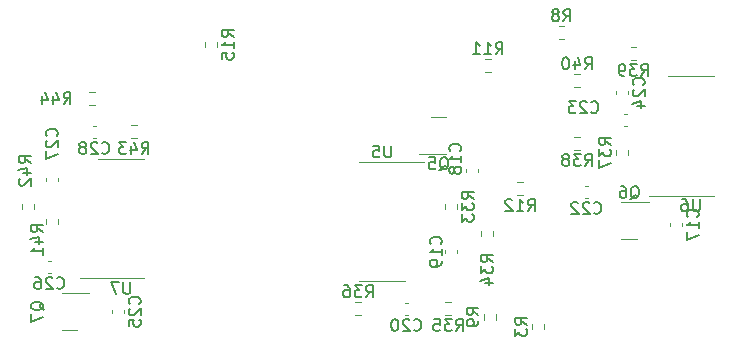
<source format=gbr>
%TF.GenerationSoftware,KiCad,Pcbnew,7.0.1-0*%
%TF.CreationDate,2023-09-14T23:18:32-07:00*%
%TF.ProjectId,HX-board,48582d62-6f61-4726-942e-6b696361645f,rev?*%
%TF.SameCoordinates,Original*%
%TF.FileFunction,Legend,Bot*%
%TF.FilePolarity,Positive*%
%FSLAX46Y46*%
G04 Gerber Fmt 4.6, Leading zero omitted, Abs format (unit mm)*
G04 Created by KiCad (PCBNEW 7.0.1-0) date 2023-09-14 23:18:32*
%MOMM*%
%LPD*%
G01*
G04 APERTURE LIST*
%ADD10C,0.150000*%
%ADD11C,0.120000*%
G04 APERTURE END LIST*
D10*
%TO.C,R15*%
X120002619Y-100703142D02*
X119526428Y-100369809D01*
X120002619Y-100131714D02*
X119002619Y-100131714D01*
X119002619Y-100131714D02*
X119002619Y-100512666D01*
X119002619Y-100512666D02*
X119050238Y-100607904D01*
X119050238Y-100607904D02*
X119097857Y-100655523D01*
X119097857Y-100655523D02*
X119193095Y-100703142D01*
X119193095Y-100703142D02*
X119335952Y-100703142D01*
X119335952Y-100703142D02*
X119431190Y-100655523D01*
X119431190Y-100655523D02*
X119478809Y-100607904D01*
X119478809Y-100607904D02*
X119526428Y-100512666D01*
X119526428Y-100512666D02*
X119526428Y-100131714D01*
X120002619Y-101655523D02*
X120002619Y-101084095D01*
X120002619Y-101369809D02*
X119002619Y-101369809D01*
X119002619Y-101369809D02*
X119145476Y-101274571D01*
X119145476Y-101274571D02*
X119240714Y-101179333D01*
X119240714Y-101179333D02*
X119288333Y-101084095D01*
X119002619Y-102560285D02*
X119002619Y-102084095D01*
X119002619Y-102084095D02*
X119478809Y-102036476D01*
X119478809Y-102036476D02*
X119431190Y-102084095D01*
X119431190Y-102084095D02*
X119383571Y-102179333D01*
X119383571Y-102179333D02*
X119383571Y-102417428D01*
X119383571Y-102417428D02*
X119431190Y-102512666D01*
X119431190Y-102512666D02*
X119478809Y-102560285D01*
X119478809Y-102560285D02*
X119574047Y-102607904D01*
X119574047Y-102607904D02*
X119812142Y-102607904D01*
X119812142Y-102607904D02*
X119907380Y-102560285D01*
X119907380Y-102560285D02*
X119955000Y-102512666D01*
X119955000Y-102512666D02*
X120002619Y-102417428D01*
X120002619Y-102417428D02*
X120002619Y-102179333D01*
X120002619Y-102179333D02*
X119955000Y-102084095D01*
X119955000Y-102084095D02*
X119907380Y-102036476D01*
%TO.C,R44*%
X105607857Y-106380619D02*
X105941190Y-105904428D01*
X106179285Y-106380619D02*
X106179285Y-105380619D01*
X106179285Y-105380619D02*
X105798333Y-105380619D01*
X105798333Y-105380619D02*
X105703095Y-105428238D01*
X105703095Y-105428238D02*
X105655476Y-105475857D01*
X105655476Y-105475857D02*
X105607857Y-105571095D01*
X105607857Y-105571095D02*
X105607857Y-105713952D01*
X105607857Y-105713952D02*
X105655476Y-105809190D01*
X105655476Y-105809190D02*
X105703095Y-105856809D01*
X105703095Y-105856809D02*
X105798333Y-105904428D01*
X105798333Y-105904428D02*
X106179285Y-105904428D01*
X104750714Y-105713952D02*
X104750714Y-106380619D01*
X104988809Y-105333000D02*
X105226904Y-106047285D01*
X105226904Y-106047285D02*
X104607857Y-106047285D01*
X103798333Y-105713952D02*
X103798333Y-106380619D01*
X104036428Y-105333000D02*
X104274523Y-106047285D01*
X104274523Y-106047285D02*
X103655476Y-106047285D01*
%TO.C,R9*%
X140732619Y-124233333D02*
X140256428Y-123900000D01*
X140732619Y-123661905D02*
X139732619Y-123661905D01*
X139732619Y-123661905D02*
X139732619Y-124042857D01*
X139732619Y-124042857D02*
X139780238Y-124138095D01*
X139780238Y-124138095D02*
X139827857Y-124185714D01*
X139827857Y-124185714D02*
X139923095Y-124233333D01*
X139923095Y-124233333D02*
X140065952Y-124233333D01*
X140065952Y-124233333D02*
X140161190Y-124185714D01*
X140161190Y-124185714D02*
X140208809Y-124138095D01*
X140208809Y-124138095D02*
X140256428Y-124042857D01*
X140256428Y-124042857D02*
X140256428Y-123661905D01*
X140732619Y-124709524D02*
X140732619Y-124900000D01*
X140732619Y-124900000D02*
X140685000Y-124995238D01*
X140685000Y-124995238D02*
X140637380Y-125042857D01*
X140637380Y-125042857D02*
X140494523Y-125138095D01*
X140494523Y-125138095D02*
X140304047Y-125185714D01*
X140304047Y-125185714D02*
X139923095Y-125185714D01*
X139923095Y-125185714D02*
X139827857Y-125138095D01*
X139827857Y-125138095D02*
X139780238Y-125090476D01*
X139780238Y-125090476D02*
X139732619Y-124995238D01*
X139732619Y-124995238D02*
X139732619Y-124804762D01*
X139732619Y-124804762D02*
X139780238Y-124709524D01*
X139780238Y-124709524D02*
X139827857Y-124661905D01*
X139827857Y-124661905D02*
X139923095Y-124614286D01*
X139923095Y-124614286D02*
X140161190Y-124614286D01*
X140161190Y-124614286D02*
X140256428Y-124661905D01*
X140256428Y-124661905D02*
X140304047Y-124709524D01*
X140304047Y-124709524D02*
X140351666Y-124804762D01*
X140351666Y-124804762D02*
X140351666Y-124995238D01*
X140351666Y-124995238D02*
X140304047Y-125090476D01*
X140304047Y-125090476D02*
X140256428Y-125138095D01*
X140256428Y-125138095D02*
X140161190Y-125185714D01*
%TO.C,R37*%
X151940619Y-109847142D02*
X151464428Y-109513809D01*
X151940619Y-109275714D02*
X150940619Y-109275714D01*
X150940619Y-109275714D02*
X150940619Y-109656666D01*
X150940619Y-109656666D02*
X150988238Y-109751904D01*
X150988238Y-109751904D02*
X151035857Y-109799523D01*
X151035857Y-109799523D02*
X151131095Y-109847142D01*
X151131095Y-109847142D02*
X151273952Y-109847142D01*
X151273952Y-109847142D02*
X151369190Y-109799523D01*
X151369190Y-109799523D02*
X151416809Y-109751904D01*
X151416809Y-109751904D02*
X151464428Y-109656666D01*
X151464428Y-109656666D02*
X151464428Y-109275714D01*
X150940619Y-110180476D02*
X150940619Y-110799523D01*
X150940619Y-110799523D02*
X151321571Y-110466190D01*
X151321571Y-110466190D02*
X151321571Y-110609047D01*
X151321571Y-110609047D02*
X151369190Y-110704285D01*
X151369190Y-110704285D02*
X151416809Y-110751904D01*
X151416809Y-110751904D02*
X151512047Y-110799523D01*
X151512047Y-110799523D02*
X151750142Y-110799523D01*
X151750142Y-110799523D02*
X151845380Y-110751904D01*
X151845380Y-110751904D02*
X151893000Y-110704285D01*
X151893000Y-110704285D02*
X151940619Y-110609047D01*
X151940619Y-110609047D02*
X151940619Y-110323333D01*
X151940619Y-110323333D02*
X151893000Y-110228095D01*
X151893000Y-110228095D02*
X151845380Y-110180476D01*
X150940619Y-111132857D02*
X150940619Y-111799523D01*
X150940619Y-111799523D02*
X151940619Y-111370952D01*
%TO.C,C24*%
X154705380Y-104767142D02*
X154753000Y-104719523D01*
X154753000Y-104719523D02*
X154800619Y-104576666D01*
X154800619Y-104576666D02*
X154800619Y-104481428D01*
X154800619Y-104481428D02*
X154753000Y-104338571D01*
X154753000Y-104338571D02*
X154657761Y-104243333D01*
X154657761Y-104243333D02*
X154562523Y-104195714D01*
X154562523Y-104195714D02*
X154372047Y-104148095D01*
X154372047Y-104148095D02*
X154229190Y-104148095D01*
X154229190Y-104148095D02*
X154038714Y-104195714D01*
X154038714Y-104195714D02*
X153943476Y-104243333D01*
X153943476Y-104243333D02*
X153848238Y-104338571D01*
X153848238Y-104338571D02*
X153800619Y-104481428D01*
X153800619Y-104481428D02*
X153800619Y-104576666D01*
X153800619Y-104576666D02*
X153848238Y-104719523D01*
X153848238Y-104719523D02*
X153895857Y-104767142D01*
X153895857Y-105148095D02*
X153848238Y-105195714D01*
X153848238Y-105195714D02*
X153800619Y-105290952D01*
X153800619Y-105290952D02*
X153800619Y-105529047D01*
X153800619Y-105529047D02*
X153848238Y-105624285D01*
X153848238Y-105624285D02*
X153895857Y-105671904D01*
X153895857Y-105671904D02*
X153991095Y-105719523D01*
X153991095Y-105719523D02*
X154086333Y-105719523D01*
X154086333Y-105719523D02*
X154229190Y-105671904D01*
X154229190Y-105671904D02*
X154800619Y-105100476D01*
X154800619Y-105100476D02*
X154800619Y-105719523D01*
X154133952Y-106576666D02*
X154800619Y-106576666D01*
X153753000Y-106338571D02*
X154467285Y-106100476D01*
X154467285Y-106100476D02*
X154467285Y-106719523D01*
%TO.C,Q6*%
X153589738Y-114423857D02*
X153684976Y-114376238D01*
X153684976Y-114376238D02*
X153780214Y-114281000D01*
X153780214Y-114281000D02*
X153923071Y-114138142D01*
X153923071Y-114138142D02*
X154018309Y-114090523D01*
X154018309Y-114090523D02*
X154113547Y-114090523D01*
X154065928Y-114328619D02*
X154161166Y-114281000D01*
X154161166Y-114281000D02*
X154256404Y-114185761D01*
X154256404Y-114185761D02*
X154304023Y-113995285D01*
X154304023Y-113995285D02*
X154304023Y-113661952D01*
X154304023Y-113661952D02*
X154256404Y-113471476D01*
X154256404Y-113471476D02*
X154161166Y-113376238D01*
X154161166Y-113376238D02*
X154065928Y-113328619D01*
X154065928Y-113328619D02*
X153875452Y-113328619D01*
X153875452Y-113328619D02*
X153780214Y-113376238D01*
X153780214Y-113376238D02*
X153684976Y-113471476D01*
X153684976Y-113471476D02*
X153637357Y-113661952D01*
X153637357Y-113661952D02*
X153637357Y-113995285D01*
X153637357Y-113995285D02*
X153684976Y-114185761D01*
X153684976Y-114185761D02*
X153780214Y-114281000D01*
X153780214Y-114281000D02*
X153875452Y-114328619D01*
X153875452Y-114328619D02*
X154065928Y-114328619D01*
X152780214Y-113328619D02*
X152970690Y-113328619D01*
X152970690Y-113328619D02*
X153065928Y-113376238D01*
X153065928Y-113376238D02*
X153113547Y-113423857D01*
X153113547Y-113423857D02*
X153208785Y-113566714D01*
X153208785Y-113566714D02*
X153256404Y-113757190D01*
X153256404Y-113757190D02*
X153256404Y-114138142D01*
X153256404Y-114138142D02*
X153208785Y-114233380D01*
X153208785Y-114233380D02*
X153161166Y-114281000D01*
X153161166Y-114281000D02*
X153065928Y-114328619D01*
X153065928Y-114328619D02*
X152875452Y-114328619D01*
X152875452Y-114328619D02*
X152780214Y-114281000D01*
X152780214Y-114281000D02*
X152732595Y-114233380D01*
X152732595Y-114233380D02*
X152684976Y-114138142D01*
X152684976Y-114138142D02*
X152684976Y-113900047D01*
X152684976Y-113900047D02*
X152732595Y-113804809D01*
X152732595Y-113804809D02*
X152780214Y-113757190D01*
X152780214Y-113757190D02*
X152875452Y-113709571D01*
X152875452Y-113709571D02*
X153065928Y-113709571D01*
X153065928Y-113709571D02*
X153161166Y-113757190D01*
X153161166Y-113757190D02*
X153208785Y-113804809D01*
X153208785Y-113804809D02*
X153256404Y-113900047D01*
%TO.C,C20*%
X135262857Y-125495380D02*
X135310476Y-125543000D01*
X135310476Y-125543000D02*
X135453333Y-125590619D01*
X135453333Y-125590619D02*
X135548571Y-125590619D01*
X135548571Y-125590619D02*
X135691428Y-125543000D01*
X135691428Y-125543000D02*
X135786666Y-125447761D01*
X135786666Y-125447761D02*
X135834285Y-125352523D01*
X135834285Y-125352523D02*
X135881904Y-125162047D01*
X135881904Y-125162047D02*
X135881904Y-125019190D01*
X135881904Y-125019190D02*
X135834285Y-124828714D01*
X135834285Y-124828714D02*
X135786666Y-124733476D01*
X135786666Y-124733476D02*
X135691428Y-124638238D01*
X135691428Y-124638238D02*
X135548571Y-124590619D01*
X135548571Y-124590619D02*
X135453333Y-124590619D01*
X135453333Y-124590619D02*
X135310476Y-124638238D01*
X135310476Y-124638238D02*
X135262857Y-124685857D01*
X134881904Y-124685857D02*
X134834285Y-124638238D01*
X134834285Y-124638238D02*
X134739047Y-124590619D01*
X134739047Y-124590619D02*
X134500952Y-124590619D01*
X134500952Y-124590619D02*
X134405714Y-124638238D01*
X134405714Y-124638238D02*
X134358095Y-124685857D01*
X134358095Y-124685857D02*
X134310476Y-124781095D01*
X134310476Y-124781095D02*
X134310476Y-124876333D01*
X134310476Y-124876333D02*
X134358095Y-125019190D01*
X134358095Y-125019190D02*
X134929523Y-125590619D01*
X134929523Y-125590619D02*
X134310476Y-125590619D01*
X133691428Y-124590619D02*
X133596190Y-124590619D01*
X133596190Y-124590619D02*
X133500952Y-124638238D01*
X133500952Y-124638238D02*
X133453333Y-124685857D01*
X133453333Y-124685857D02*
X133405714Y-124781095D01*
X133405714Y-124781095D02*
X133358095Y-124971571D01*
X133358095Y-124971571D02*
X133358095Y-125209666D01*
X133358095Y-125209666D02*
X133405714Y-125400142D01*
X133405714Y-125400142D02*
X133453333Y-125495380D01*
X133453333Y-125495380D02*
X133500952Y-125543000D01*
X133500952Y-125543000D02*
X133596190Y-125590619D01*
X133596190Y-125590619D02*
X133691428Y-125590619D01*
X133691428Y-125590619D02*
X133786666Y-125543000D01*
X133786666Y-125543000D02*
X133834285Y-125495380D01*
X133834285Y-125495380D02*
X133881904Y-125400142D01*
X133881904Y-125400142D02*
X133929523Y-125209666D01*
X133929523Y-125209666D02*
X133929523Y-124971571D01*
X133929523Y-124971571D02*
X133881904Y-124781095D01*
X133881904Y-124781095D02*
X133834285Y-124685857D01*
X133834285Y-124685857D02*
X133786666Y-124638238D01*
X133786666Y-124638238D02*
X133691428Y-124590619D01*
%TO.C,Q7*%
X103935857Y-123856761D02*
X103888238Y-123761523D01*
X103888238Y-123761523D02*
X103793000Y-123666285D01*
X103793000Y-123666285D02*
X103650142Y-123523428D01*
X103650142Y-123523428D02*
X103602523Y-123428190D01*
X103602523Y-123428190D02*
X103602523Y-123332952D01*
X103840619Y-123380571D02*
X103793000Y-123285333D01*
X103793000Y-123285333D02*
X103697761Y-123190095D01*
X103697761Y-123190095D02*
X103507285Y-123142476D01*
X103507285Y-123142476D02*
X103173952Y-123142476D01*
X103173952Y-123142476D02*
X102983476Y-123190095D01*
X102983476Y-123190095D02*
X102888238Y-123285333D01*
X102888238Y-123285333D02*
X102840619Y-123380571D01*
X102840619Y-123380571D02*
X102840619Y-123571047D01*
X102840619Y-123571047D02*
X102888238Y-123666285D01*
X102888238Y-123666285D02*
X102983476Y-123761523D01*
X102983476Y-123761523D02*
X103173952Y-123809142D01*
X103173952Y-123809142D02*
X103507285Y-123809142D01*
X103507285Y-123809142D02*
X103697761Y-123761523D01*
X103697761Y-123761523D02*
X103793000Y-123666285D01*
X103793000Y-123666285D02*
X103840619Y-123571047D01*
X103840619Y-123571047D02*
X103840619Y-123380571D01*
X102840619Y-124142476D02*
X102840619Y-124809142D01*
X102840619Y-124809142D02*
X103840619Y-124380571D01*
%TO.C,C17*%
X159277380Y-115943142D02*
X159325000Y-115895523D01*
X159325000Y-115895523D02*
X159372619Y-115752666D01*
X159372619Y-115752666D02*
X159372619Y-115657428D01*
X159372619Y-115657428D02*
X159325000Y-115514571D01*
X159325000Y-115514571D02*
X159229761Y-115419333D01*
X159229761Y-115419333D02*
X159134523Y-115371714D01*
X159134523Y-115371714D02*
X158944047Y-115324095D01*
X158944047Y-115324095D02*
X158801190Y-115324095D01*
X158801190Y-115324095D02*
X158610714Y-115371714D01*
X158610714Y-115371714D02*
X158515476Y-115419333D01*
X158515476Y-115419333D02*
X158420238Y-115514571D01*
X158420238Y-115514571D02*
X158372619Y-115657428D01*
X158372619Y-115657428D02*
X158372619Y-115752666D01*
X158372619Y-115752666D02*
X158420238Y-115895523D01*
X158420238Y-115895523D02*
X158467857Y-115943142D01*
X159372619Y-116895523D02*
X159372619Y-116324095D01*
X159372619Y-116609809D02*
X158372619Y-116609809D01*
X158372619Y-116609809D02*
X158515476Y-116514571D01*
X158515476Y-116514571D02*
X158610714Y-116419333D01*
X158610714Y-116419333D02*
X158658333Y-116324095D01*
X158372619Y-117228857D02*
X158372619Y-117895523D01*
X158372619Y-117895523D02*
X159372619Y-117466952D01*
%TO.C,R33*%
X140322619Y-114419142D02*
X139846428Y-114085809D01*
X140322619Y-113847714D02*
X139322619Y-113847714D01*
X139322619Y-113847714D02*
X139322619Y-114228666D01*
X139322619Y-114228666D02*
X139370238Y-114323904D01*
X139370238Y-114323904D02*
X139417857Y-114371523D01*
X139417857Y-114371523D02*
X139513095Y-114419142D01*
X139513095Y-114419142D02*
X139655952Y-114419142D01*
X139655952Y-114419142D02*
X139751190Y-114371523D01*
X139751190Y-114371523D02*
X139798809Y-114323904D01*
X139798809Y-114323904D02*
X139846428Y-114228666D01*
X139846428Y-114228666D02*
X139846428Y-113847714D01*
X139322619Y-114752476D02*
X139322619Y-115371523D01*
X139322619Y-115371523D02*
X139703571Y-115038190D01*
X139703571Y-115038190D02*
X139703571Y-115181047D01*
X139703571Y-115181047D02*
X139751190Y-115276285D01*
X139751190Y-115276285D02*
X139798809Y-115323904D01*
X139798809Y-115323904D02*
X139894047Y-115371523D01*
X139894047Y-115371523D02*
X140132142Y-115371523D01*
X140132142Y-115371523D02*
X140227380Y-115323904D01*
X140227380Y-115323904D02*
X140275000Y-115276285D01*
X140275000Y-115276285D02*
X140322619Y-115181047D01*
X140322619Y-115181047D02*
X140322619Y-114895333D01*
X140322619Y-114895333D02*
X140275000Y-114800095D01*
X140275000Y-114800095D02*
X140227380Y-114752476D01*
X139322619Y-115704857D02*
X139322619Y-116323904D01*
X139322619Y-116323904D02*
X139703571Y-115990571D01*
X139703571Y-115990571D02*
X139703571Y-116133428D01*
X139703571Y-116133428D02*
X139751190Y-116228666D01*
X139751190Y-116228666D02*
X139798809Y-116276285D01*
X139798809Y-116276285D02*
X139894047Y-116323904D01*
X139894047Y-116323904D02*
X140132142Y-116323904D01*
X140132142Y-116323904D02*
X140227380Y-116276285D01*
X140227380Y-116276285D02*
X140275000Y-116228666D01*
X140275000Y-116228666D02*
X140322619Y-116133428D01*
X140322619Y-116133428D02*
X140322619Y-115847714D01*
X140322619Y-115847714D02*
X140275000Y-115752476D01*
X140275000Y-115752476D02*
X140227380Y-115704857D01*
%TO.C,R38*%
X149740857Y-111620619D02*
X150074190Y-111144428D01*
X150312285Y-111620619D02*
X150312285Y-110620619D01*
X150312285Y-110620619D02*
X149931333Y-110620619D01*
X149931333Y-110620619D02*
X149836095Y-110668238D01*
X149836095Y-110668238D02*
X149788476Y-110715857D01*
X149788476Y-110715857D02*
X149740857Y-110811095D01*
X149740857Y-110811095D02*
X149740857Y-110953952D01*
X149740857Y-110953952D02*
X149788476Y-111049190D01*
X149788476Y-111049190D02*
X149836095Y-111096809D01*
X149836095Y-111096809D02*
X149931333Y-111144428D01*
X149931333Y-111144428D02*
X150312285Y-111144428D01*
X149407523Y-110620619D02*
X148788476Y-110620619D01*
X148788476Y-110620619D02*
X149121809Y-111001571D01*
X149121809Y-111001571D02*
X148978952Y-111001571D01*
X148978952Y-111001571D02*
X148883714Y-111049190D01*
X148883714Y-111049190D02*
X148836095Y-111096809D01*
X148836095Y-111096809D02*
X148788476Y-111192047D01*
X148788476Y-111192047D02*
X148788476Y-111430142D01*
X148788476Y-111430142D02*
X148836095Y-111525380D01*
X148836095Y-111525380D02*
X148883714Y-111573000D01*
X148883714Y-111573000D02*
X148978952Y-111620619D01*
X148978952Y-111620619D02*
X149264666Y-111620619D01*
X149264666Y-111620619D02*
X149359904Y-111573000D01*
X149359904Y-111573000D02*
X149407523Y-111525380D01*
X148217047Y-111049190D02*
X148312285Y-111001571D01*
X148312285Y-111001571D02*
X148359904Y-110953952D01*
X148359904Y-110953952D02*
X148407523Y-110858714D01*
X148407523Y-110858714D02*
X148407523Y-110811095D01*
X148407523Y-110811095D02*
X148359904Y-110715857D01*
X148359904Y-110715857D02*
X148312285Y-110668238D01*
X148312285Y-110668238D02*
X148217047Y-110620619D01*
X148217047Y-110620619D02*
X148026571Y-110620619D01*
X148026571Y-110620619D02*
X147931333Y-110668238D01*
X147931333Y-110668238D02*
X147883714Y-110715857D01*
X147883714Y-110715857D02*
X147836095Y-110811095D01*
X147836095Y-110811095D02*
X147836095Y-110858714D01*
X147836095Y-110858714D02*
X147883714Y-110953952D01*
X147883714Y-110953952D02*
X147931333Y-111001571D01*
X147931333Y-111001571D02*
X148026571Y-111049190D01*
X148026571Y-111049190D02*
X148217047Y-111049190D01*
X148217047Y-111049190D02*
X148312285Y-111096809D01*
X148312285Y-111096809D02*
X148359904Y-111144428D01*
X148359904Y-111144428D02*
X148407523Y-111239666D01*
X148407523Y-111239666D02*
X148407523Y-111430142D01*
X148407523Y-111430142D02*
X148359904Y-111525380D01*
X148359904Y-111525380D02*
X148312285Y-111573000D01*
X148312285Y-111573000D02*
X148217047Y-111620619D01*
X148217047Y-111620619D02*
X148026571Y-111620619D01*
X148026571Y-111620619D02*
X147931333Y-111573000D01*
X147931333Y-111573000D02*
X147883714Y-111525380D01*
X147883714Y-111525380D02*
X147836095Y-111430142D01*
X147836095Y-111430142D02*
X147836095Y-111239666D01*
X147836095Y-111239666D02*
X147883714Y-111144428D01*
X147883714Y-111144428D02*
X147931333Y-111096809D01*
X147931333Y-111096809D02*
X148026571Y-111049190D01*
%TO.C,R43*%
X112211857Y-110604619D02*
X112545190Y-110128428D01*
X112783285Y-110604619D02*
X112783285Y-109604619D01*
X112783285Y-109604619D02*
X112402333Y-109604619D01*
X112402333Y-109604619D02*
X112307095Y-109652238D01*
X112307095Y-109652238D02*
X112259476Y-109699857D01*
X112259476Y-109699857D02*
X112211857Y-109795095D01*
X112211857Y-109795095D02*
X112211857Y-109937952D01*
X112211857Y-109937952D02*
X112259476Y-110033190D01*
X112259476Y-110033190D02*
X112307095Y-110080809D01*
X112307095Y-110080809D02*
X112402333Y-110128428D01*
X112402333Y-110128428D02*
X112783285Y-110128428D01*
X111354714Y-109937952D02*
X111354714Y-110604619D01*
X111592809Y-109557000D02*
X111830904Y-110271285D01*
X111830904Y-110271285D02*
X111211857Y-110271285D01*
X110926142Y-109604619D02*
X110307095Y-109604619D01*
X110307095Y-109604619D02*
X110640428Y-109985571D01*
X110640428Y-109985571D02*
X110497571Y-109985571D01*
X110497571Y-109985571D02*
X110402333Y-110033190D01*
X110402333Y-110033190D02*
X110354714Y-110080809D01*
X110354714Y-110080809D02*
X110307095Y-110176047D01*
X110307095Y-110176047D02*
X110307095Y-110414142D01*
X110307095Y-110414142D02*
X110354714Y-110509380D01*
X110354714Y-110509380D02*
X110402333Y-110557000D01*
X110402333Y-110557000D02*
X110497571Y-110604619D01*
X110497571Y-110604619D02*
X110783285Y-110604619D01*
X110783285Y-110604619D02*
X110878523Y-110557000D01*
X110878523Y-110557000D02*
X110926142Y-110509380D01*
%TO.C,R41*%
X103840619Y-117213142D02*
X103364428Y-116879809D01*
X103840619Y-116641714D02*
X102840619Y-116641714D01*
X102840619Y-116641714D02*
X102840619Y-117022666D01*
X102840619Y-117022666D02*
X102888238Y-117117904D01*
X102888238Y-117117904D02*
X102935857Y-117165523D01*
X102935857Y-117165523D02*
X103031095Y-117213142D01*
X103031095Y-117213142D02*
X103173952Y-117213142D01*
X103173952Y-117213142D02*
X103269190Y-117165523D01*
X103269190Y-117165523D02*
X103316809Y-117117904D01*
X103316809Y-117117904D02*
X103364428Y-117022666D01*
X103364428Y-117022666D02*
X103364428Y-116641714D01*
X103173952Y-118070285D02*
X103840619Y-118070285D01*
X102793000Y-117832190D02*
X103507285Y-117594095D01*
X103507285Y-117594095D02*
X103507285Y-118213142D01*
X103840619Y-119117904D02*
X103840619Y-118546476D01*
X103840619Y-118832190D02*
X102840619Y-118832190D01*
X102840619Y-118832190D02*
X102983476Y-118736952D01*
X102983476Y-118736952D02*
X103078714Y-118641714D01*
X103078714Y-118641714D02*
X103126333Y-118546476D01*
%TO.C,R42*%
X102824619Y-111371142D02*
X102348428Y-111037809D01*
X102824619Y-110799714D02*
X101824619Y-110799714D01*
X101824619Y-110799714D02*
X101824619Y-111180666D01*
X101824619Y-111180666D02*
X101872238Y-111275904D01*
X101872238Y-111275904D02*
X101919857Y-111323523D01*
X101919857Y-111323523D02*
X102015095Y-111371142D01*
X102015095Y-111371142D02*
X102157952Y-111371142D01*
X102157952Y-111371142D02*
X102253190Y-111323523D01*
X102253190Y-111323523D02*
X102300809Y-111275904D01*
X102300809Y-111275904D02*
X102348428Y-111180666D01*
X102348428Y-111180666D02*
X102348428Y-110799714D01*
X102157952Y-112228285D02*
X102824619Y-112228285D01*
X101777000Y-111990190D02*
X102491285Y-111752095D01*
X102491285Y-111752095D02*
X102491285Y-112371142D01*
X101919857Y-112704476D02*
X101872238Y-112752095D01*
X101872238Y-112752095D02*
X101824619Y-112847333D01*
X101824619Y-112847333D02*
X101824619Y-113085428D01*
X101824619Y-113085428D02*
X101872238Y-113180666D01*
X101872238Y-113180666D02*
X101919857Y-113228285D01*
X101919857Y-113228285D02*
X102015095Y-113275904D01*
X102015095Y-113275904D02*
X102110333Y-113275904D01*
X102110333Y-113275904D02*
X102253190Y-113228285D01*
X102253190Y-113228285D02*
X102824619Y-112656857D01*
X102824619Y-112656857D02*
X102824619Y-113275904D01*
%TO.C,R3*%
X144828619Y-125055333D02*
X144352428Y-124722000D01*
X144828619Y-124483905D02*
X143828619Y-124483905D01*
X143828619Y-124483905D02*
X143828619Y-124864857D01*
X143828619Y-124864857D02*
X143876238Y-124960095D01*
X143876238Y-124960095D02*
X143923857Y-125007714D01*
X143923857Y-125007714D02*
X144019095Y-125055333D01*
X144019095Y-125055333D02*
X144161952Y-125055333D01*
X144161952Y-125055333D02*
X144257190Y-125007714D01*
X144257190Y-125007714D02*
X144304809Y-124960095D01*
X144304809Y-124960095D02*
X144352428Y-124864857D01*
X144352428Y-124864857D02*
X144352428Y-124483905D01*
X143828619Y-125388667D02*
X143828619Y-126007714D01*
X143828619Y-126007714D02*
X144209571Y-125674381D01*
X144209571Y-125674381D02*
X144209571Y-125817238D01*
X144209571Y-125817238D02*
X144257190Y-125912476D01*
X144257190Y-125912476D02*
X144304809Y-125960095D01*
X144304809Y-125960095D02*
X144400047Y-126007714D01*
X144400047Y-126007714D02*
X144638142Y-126007714D01*
X144638142Y-126007714D02*
X144733380Y-125960095D01*
X144733380Y-125960095D02*
X144781000Y-125912476D01*
X144781000Y-125912476D02*
X144828619Y-125817238D01*
X144828619Y-125817238D02*
X144828619Y-125531524D01*
X144828619Y-125531524D02*
X144781000Y-125436286D01*
X144781000Y-125436286D02*
X144733380Y-125388667D01*
%TO.C,R35*%
X138818857Y-125590619D02*
X139152190Y-125114428D01*
X139390285Y-125590619D02*
X139390285Y-124590619D01*
X139390285Y-124590619D02*
X139009333Y-124590619D01*
X139009333Y-124590619D02*
X138914095Y-124638238D01*
X138914095Y-124638238D02*
X138866476Y-124685857D01*
X138866476Y-124685857D02*
X138818857Y-124781095D01*
X138818857Y-124781095D02*
X138818857Y-124923952D01*
X138818857Y-124923952D02*
X138866476Y-125019190D01*
X138866476Y-125019190D02*
X138914095Y-125066809D01*
X138914095Y-125066809D02*
X139009333Y-125114428D01*
X139009333Y-125114428D02*
X139390285Y-125114428D01*
X138485523Y-124590619D02*
X137866476Y-124590619D01*
X137866476Y-124590619D02*
X138199809Y-124971571D01*
X138199809Y-124971571D02*
X138056952Y-124971571D01*
X138056952Y-124971571D02*
X137961714Y-125019190D01*
X137961714Y-125019190D02*
X137914095Y-125066809D01*
X137914095Y-125066809D02*
X137866476Y-125162047D01*
X137866476Y-125162047D02*
X137866476Y-125400142D01*
X137866476Y-125400142D02*
X137914095Y-125495380D01*
X137914095Y-125495380D02*
X137961714Y-125543000D01*
X137961714Y-125543000D02*
X138056952Y-125590619D01*
X138056952Y-125590619D02*
X138342666Y-125590619D01*
X138342666Y-125590619D02*
X138437904Y-125543000D01*
X138437904Y-125543000D02*
X138485523Y-125495380D01*
X136961714Y-124590619D02*
X137437904Y-124590619D01*
X137437904Y-124590619D02*
X137485523Y-125066809D01*
X137485523Y-125066809D02*
X137437904Y-125019190D01*
X137437904Y-125019190D02*
X137342666Y-124971571D01*
X137342666Y-124971571D02*
X137104571Y-124971571D01*
X137104571Y-124971571D02*
X137009333Y-125019190D01*
X137009333Y-125019190D02*
X136961714Y-125066809D01*
X136961714Y-125066809D02*
X136914095Y-125162047D01*
X136914095Y-125162047D02*
X136914095Y-125400142D01*
X136914095Y-125400142D02*
X136961714Y-125495380D01*
X136961714Y-125495380D02*
X137009333Y-125543000D01*
X137009333Y-125543000D02*
X137104571Y-125590619D01*
X137104571Y-125590619D02*
X137342666Y-125590619D01*
X137342666Y-125590619D02*
X137437904Y-125543000D01*
X137437904Y-125543000D02*
X137485523Y-125495380D01*
%TO.C,R11*%
X142183857Y-102156619D02*
X142517190Y-101680428D01*
X142755285Y-102156619D02*
X142755285Y-101156619D01*
X142755285Y-101156619D02*
X142374333Y-101156619D01*
X142374333Y-101156619D02*
X142279095Y-101204238D01*
X142279095Y-101204238D02*
X142231476Y-101251857D01*
X142231476Y-101251857D02*
X142183857Y-101347095D01*
X142183857Y-101347095D02*
X142183857Y-101489952D01*
X142183857Y-101489952D02*
X142231476Y-101585190D01*
X142231476Y-101585190D02*
X142279095Y-101632809D01*
X142279095Y-101632809D02*
X142374333Y-101680428D01*
X142374333Y-101680428D02*
X142755285Y-101680428D01*
X141231476Y-102156619D02*
X141802904Y-102156619D01*
X141517190Y-102156619D02*
X141517190Y-101156619D01*
X141517190Y-101156619D02*
X141612428Y-101299476D01*
X141612428Y-101299476D02*
X141707666Y-101394714D01*
X141707666Y-101394714D02*
X141802904Y-101442333D01*
X140279095Y-102156619D02*
X140850523Y-102156619D01*
X140564809Y-102156619D02*
X140564809Y-101156619D01*
X140564809Y-101156619D02*
X140660047Y-101299476D01*
X140660047Y-101299476D02*
X140755285Y-101394714D01*
X140755285Y-101394714D02*
X140850523Y-101442333D01*
%TO.C,R40*%
X149740857Y-103426619D02*
X150074190Y-102950428D01*
X150312285Y-103426619D02*
X150312285Y-102426619D01*
X150312285Y-102426619D02*
X149931333Y-102426619D01*
X149931333Y-102426619D02*
X149836095Y-102474238D01*
X149836095Y-102474238D02*
X149788476Y-102521857D01*
X149788476Y-102521857D02*
X149740857Y-102617095D01*
X149740857Y-102617095D02*
X149740857Y-102759952D01*
X149740857Y-102759952D02*
X149788476Y-102855190D01*
X149788476Y-102855190D02*
X149836095Y-102902809D01*
X149836095Y-102902809D02*
X149931333Y-102950428D01*
X149931333Y-102950428D02*
X150312285Y-102950428D01*
X148883714Y-102759952D02*
X148883714Y-103426619D01*
X149121809Y-102379000D02*
X149359904Y-103093285D01*
X149359904Y-103093285D02*
X148740857Y-103093285D01*
X148169428Y-102426619D02*
X148074190Y-102426619D01*
X148074190Y-102426619D02*
X147978952Y-102474238D01*
X147978952Y-102474238D02*
X147931333Y-102521857D01*
X147931333Y-102521857D02*
X147883714Y-102617095D01*
X147883714Y-102617095D02*
X147836095Y-102807571D01*
X147836095Y-102807571D02*
X147836095Y-103045666D01*
X147836095Y-103045666D02*
X147883714Y-103236142D01*
X147883714Y-103236142D02*
X147931333Y-103331380D01*
X147931333Y-103331380D02*
X147978952Y-103379000D01*
X147978952Y-103379000D02*
X148074190Y-103426619D01*
X148074190Y-103426619D02*
X148169428Y-103426619D01*
X148169428Y-103426619D02*
X148264666Y-103379000D01*
X148264666Y-103379000D02*
X148312285Y-103331380D01*
X148312285Y-103331380D02*
X148359904Y-103236142D01*
X148359904Y-103236142D02*
X148407523Y-103045666D01*
X148407523Y-103045666D02*
X148407523Y-102807571D01*
X148407523Y-102807571D02*
X148359904Y-102617095D01*
X148359904Y-102617095D02*
X148312285Y-102521857D01*
X148312285Y-102521857D02*
X148264666Y-102474238D01*
X148264666Y-102474238D02*
X148169428Y-102426619D01*
%TO.C,R39*%
X154503857Y-104000619D02*
X154837190Y-103524428D01*
X155075285Y-104000619D02*
X155075285Y-103000619D01*
X155075285Y-103000619D02*
X154694333Y-103000619D01*
X154694333Y-103000619D02*
X154599095Y-103048238D01*
X154599095Y-103048238D02*
X154551476Y-103095857D01*
X154551476Y-103095857D02*
X154503857Y-103191095D01*
X154503857Y-103191095D02*
X154503857Y-103333952D01*
X154503857Y-103333952D02*
X154551476Y-103429190D01*
X154551476Y-103429190D02*
X154599095Y-103476809D01*
X154599095Y-103476809D02*
X154694333Y-103524428D01*
X154694333Y-103524428D02*
X155075285Y-103524428D01*
X154170523Y-103000619D02*
X153551476Y-103000619D01*
X153551476Y-103000619D02*
X153884809Y-103381571D01*
X153884809Y-103381571D02*
X153741952Y-103381571D01*
X153741952Y-103381571D02*
X153646714Y-103429190D01*
X153646714Y-103429190D02*
X153599095Y-103476809D01*
X153599095Y-103476809D02*
X153551476Y-103572047D01*
X153551476Y-103572047D02*
X153551476Y-103810142D01*
X153551476Y-103810142D02*
X153599095Y-103905380D01*
X153599095Y-103905380D02*
X153646714Y-103953000D01*
X153646714Y-103953000D02*
X153741952Y-104000619D01*
X153741952Y-104000619D02*
X154027666Y-104000619D01*
X154027666Y-104000619D02*
X154122904Y-103953000D01*
X154122904Y-103953000D02*
X154170523Y-103905380D01*
X153075285Y-104000619D02*
X152884809Y-104000619D01*
X152884809Y-104000619D02*
X152789571Y-103953000D01*
X152789571Y-103953000D02*
X152741952Y-103905380D01*
X152741952Y-103905380D02*
X152646714Y-103762523D01*
X152646714Y-103762523D02*
X152599095Y-103572047D01*
X152599095Y-103572047D02*
X152599095Y-103191095D01*
X152599095Y-103191095D02*
X152646714Y-103095857D01*
X152646714Y-103095857D02*
X152694333Y-103048238D01*
X152694333Y-103048238D02*
X152789571Y-103000619D01*
X152789571Y-103000619D02*
X152980047Y-103000619D01*
X152980047Y-103000619D02*
X153075285Y-103048238D01*
X153075285Y-103048238D02*
X153122904Y-103095857D01*
X153122904Y-103095857D02*
X153170523Y-103191095D01*
X153170523Y-103191095D02*
X153170523Y-103429190D01*
X153170523Y-103429190D02*
X153122904Y-103524428D01*
X153122904Y-103524428D02*
X153075285Y-103572047D01*
X153075285Y-103572047D02*
X152980047Y-103619666D01*
X152980047Y-103619666D02*
X152789571Y-103619666D01*
X152789571Y-103619666D02*
X152694333Y-103572047D01*
X152694333Y-103572047D02*
X152646714Y-103524428D01*
X152646714Y-103524428D02*
X152599095Y-103429190D01*
%TO.C,R34*%
X141940619Y-119753142D02*
X141464428Y-119419809D01*
X141940619Y-119181714D02*
X140940619Y-119181714D01*
X140940619Y-119181714D02*
X140940619Y-119562666D01*
X140940619Y-119562666D02*
X140988238Y-119657904D01*
X140988238Y-119657904D02*
X141035857Y-119705523D01*
X141035857Y-119705523D02*
X141131095Y-119753142D01*
X141131095Y-119753142D02*
X141273952Y-119753142D01*
X141273952Y-119753142D02*
X141369190Y-119705523D01*
X141369190Y-119705523D02*
X141416809Y-119657904D01*
X141416809Y-119657904D02*
X141464428Y-119562666D01*
X141464428Y-119562666D02*
X141464428Y-119181714D01*
X140940619Y-120086476D02*
X140940619Y-120705523D01*
X140940619Y-120705523D02*
X141321571Y-120372190D01*
X141321571Y-120372190D02*
X141321571Y-120515047D01*
X141321571Y-120515047D02*
X141369190Y-120610285D01*
X141369190Y-120610285D02*
X141416809Y-120657904D01*
X141416809Y-120657904D02*
X141512047Y-120705523D01*
X141512047Y-120705523D02*
X141750142Y-120705523D01*
X141750142Y-120705523D02*
X141845380Y-120657904D01*
X141845380Y-120657904D02*
X141893000Y-120610285D01*
X141893000Y-120610285D02*
X141940619Y-120515047D01*
X141940619Y-120515047D02*
X141940619Y-120229333D01*
X141940619Y-120229333D02*
X141893000Y-120134095D01*
X141893000Y-120134095D02*
X141845380Y-120086476D01*
X141273952Y-121562666D02*
X141940619Y-121562666D01*
X140893000Y-121324571D02*
X141607285Y-121086476D01*
X141607285Y-121086476D02*
X141607285Y-121705523D01*
%TO.C,U5*%
X133349904Y-109894619D02*
X133349904Y-110704142D01*
X133349904Y-110704142D02*
X133302285Y-110799380D01*
X133302285Y-110799380D02*
X133254666Y-110847000D01*
X133254666Y-110847000D02*
X133159428Y-110894619D01*
X133159428Y-110894619D02*
X132968952Y-110894619D01*
X132968952Y-110894619D02*
X132873714Y-110847000D01*
X132873714Y-110847000D02*
X132826095Y-110799380D01*
X132826095Y-110799380D02*
X132778476Y-110704142D01*
X132778476Y-110704142D02*
X132778476Y-109894619D01*
X131826095Y-109894619D02*
X132302285Y-109894619D01*
X132302285Y-109894619D02*
X132349904Y-110370809D01*
X132349904Y-110370809D02*
X132302285Y-110323190D01*
X132302285Y-110323190D02*
X132207047Y-110275571D01*
X132207047Y-110275571D02*
X131968952Y-110275571D01*
X131968952Y-110275571D02*
X131873714Y-110323190D01*
X131873714Y-110323190D02*
X131826095Y-110370809D01*
X131826095Y-110370809D02*
X131778476Y-110466047D01*
X131778476Y-110466047D02*
X131778476Y-110704142D01*
X131778476Y-110704142D02*
X131826095Y-110799380D01*
X131826095Y-110799380D02*
X131873714Y-110847000D01*
X131873714Y-110847000D02*
X131968952Y-110894619D01*
X131968952Y-110894619D02*
X132207047Y-110894619D01*
X132207047Y-110894619D02*
X132302285Y-110847000D01*
X132302285Y-110847000D02*
X132349904Y-110799380D01*
%TO.C,R12*%
X144914857Y-115430619D02*
X145248190Y-114954428D01*
X145486285Y-115430619D02*
X145486285Y-114430619D01*
X145486285Y-114430619D02*
X145105333Y-114430619D01*
X145105333Y-114430619D02*
X145010095Y-114478238D01*
X145010095Y-114478238D02*
X144962476Y-114525857D01*
X144962476Y-114525857D02*
X144914857Y-114621095D01*
X144914857Y-114621095D02*
X144914857Y-114763952D01*
X144914857Y-114763952D02*
X144962476Y-114859190D01*
X144962476Y-114859190D02*
X145010095Y-114906809D01*
X145010095Y-114906809D02*
X145105333Y-114954428D01*
X145105333Y-114954428D02*
X145486285Y-114954428D01*
X143962476Y-115430619D02*
X144533904Y-115430619D01*
X144248190Y-115430619D02*
X144248190Y-114430619D01*
X144248190Y-114430619D02*
X144343428Y-114573476D01*
X144343428Y-114573476D02*
X144438666Y-114668714D01*
X144438666Y-114668714D02*
X144533904Y-114716333D01*
X143581523Y-114525857D02*
X143533904Y-114478238D01*
X143533904Y-114478238D02*
X143438666Y-114430619D01*
X143438666Y-114430619D02*
X143200571Y-114430619D01*
X143200571Y-114430619D02*
X143105333Y-114478238D01*
X143105333Y-114478238D02*
X143057714Y-114525857D01*
X143057714Y-114525857D02*
X143010095Y-114621095D01*
X143010095Y-114621095D02*
X143010095Y-114716333D01*
X143010095Y-114716333D02*
X143057714Y-114859190D01*
X143057714Y-114859190D02*
X143629142Y-115430619D01*
X143629142Y-115430619D02*
X143010095Y-115430619D01*
%TO.C,C27*%
X105015380Y-109085142D02*
X105063000Y-109037523D01*
X105063000Y-109037523D02*
X105110619Y-108894666D01*
X105110619Y-108894666D02*
X105110619Y-108799428D01*
X105110619Y-108799428D02*
X105063000Y-108656571D01*
X105063000Y-108656571D02*
X104967761Y-108561333D01*
X104967761Y-108561333D02*
X104872523Y-108513714D01*
X104872523Y-108513714D02*
X104682047Y-108466095D01*
X104682047Y-108466095D02*
X104539190Y-108466095D01*
X104539190Y-108466095D02*
X104348714Y-108513714D01*
X104348714Y-108513714D02*
X104253476Y-108561333D01*
X104253476Y-108561333D02*
X104158238Y-108656571D01*
X104158238Y-108656571D02*
X104110619Y-108799428D01*
X104110619Y-108799428D02*
X104110619Y-108894666D01*
X104110619Y-108894666D02*
X104158238Y-109037523D01*
X104158238Y-109037523D02*
X104205857Y-109085142D01*
X104205857Y-109466095D02*
X104158238Y-109513714D01*
X104158238Y-109513714D02*
X104110619Y-109608952D01*
X104110619Y-109608952D02*
X104110619Y-109847047D01*
X104110619Y-109847047D02*
X104158238Y-109942285D01*
X104158238Y-109942285D02*
X104205857Y-109989904D01*
X104205857Y-109989904D02*
X104301095Y-110037523D01*
X104301095Y-110037523D02*
X104396333Y-110037523D01*
X104396333Y-110037523D02*
X104539190Y-109989904D01*
X104539190Y-109989904D02*
X105110619Y-109418476D01*
X105110619Y-109418476D02*
X105110619Y-110037523D01*
X104110619Y-110370857D02*
X104110619Y-111037523D01*
X104110619Y-111037523D02*
X105110619Y-110608952D01*
%TO.C,R8*%
X147931666Y-99362619D02*
X148264999Y-98886428D01*
X148503094Y-99362619D02*
X148503094Y-98362619D01*
X148503094Y-98362619D02*
X148122142Y-98362619D01*
X148122142Y-98362619D02*
X148026904Y-98410238D01*
X148026904Y-98410238D02*
X147979285Y-98457857D01*
X147979285Y-98457857D02*
X147931666Y-98553095D01*
X147931666Y-98553095D02*
X147931666Y-98695952D01*
X147931666Y-98695952D02*
X147979285Y-98791190D01*
X147979285Y-98791190D02*
X148026904Y-98838809D01*
X148026904Y-98838809D02*
X148122142Y-98886428D01*
X148122142Y-98886428D02*
X148503094Y-98886428D01*
X147360237Y-98791190D02*
X147455475Y-98743571D01*
X147455475Y-98743571D02*
X147503094Y-98695952D01*
X147503094Y-98695952D02*
X147550713Y-98600714D01*
X147550713Y-98600714D02*
X147550713Y-98553095D01*
X147550713Y-98553095D02*
X147503094Y-98457857D01*
X147503094Y-98457857D02*
X147455475Y-98410238D01*
X147455475Y-98410238D02*
X147360237Y-98362619D01*
X147360237Y-98362619D02*
X147169761Y-98362619D01*
X147169761Y-98362619D02*
X147074523Y-98410238D01*
X147074523Y-98410238D02*
X147026904Y-98457857D01*
X147026904Y-98457857D02*
X146979285Y-98553095D01*
X146979285Y-98553095D02*
X146979285Y-98600714D01*
X146979285Y-98600714D02*
X147026904Y-98695952D01*
X147026904Y-98695952D02*
X147074523Y-98743571D01*
X147074523Y-98743571D02*
X147169761Y-98791190D01*
X147169761Y-98791190D02*
X147360237Y-98791190D01*
X147360237Y-98791190D02*
X147455475Y-98838809D01*
X147455475Y-98838809D02*
X147503094Y-98886428D01*
X147503094Y-98886428D02*
X147550713Y-98981666D01*
X147550713Y-98981666D02*
X147550713Y-99172142D01*
X147550713Y-99172142D02*
X147503094Y-99267380D01*
X147503094Y-99267380D02*
X147455475Y-99315000D01*
X147455475Y-99315000D02*
X147360237Y-99362619D01*
X147360237Y-99362619D02*
X147169761Y-99362619D01*
X147169761Y-99362619D02*
X147074523Y-99315000D01*
X147074523Y-99315000D02*
X147026904Y-99267380D01*
X147026904Y-99267380D02*
X146979285Y-99172142D01*
X146979285Y-99172142D02*
X146979285Y-98981666D01*
X146979285Y-98981666D02*
X147026904Y-98886428D01*
X147026904Y-98886428D02*
X147074523Y-98838809D01*
X147074523Y-98838809D02*
X147169761Y-98791190D01*
%TO.C,C19*%
X137527380Y-118229142D02*
X137575000Y-118181523D01*
X137575000Y-118181523D02*
X137622619Y-118038666D01*
X137622619Y-118038666D02*
X137622619Y-117943428D01*
X137622619Y-117943428D02*
X137575000Y-117800571D01*
X137575000Y-117800571D02*
X137479761Y-117705333D01*
X137479761Y-117705333D02*
X137384523Y-117657714D01*
X137384523Y-117657714D02*
X137194047Y-117610095D01*
X137194047Y-117610095D02*
X137051190Y-117610095D01*
X137051190Y-117610095D02*
X136860714Y-117657714D01*
X136860714Y-117657714D02*
X136765476Y-117705333D01*
X136765476Y-117705333D02*
X136670238Y-117800571D01*
X136670238Y-117800571D02*
X136622619Y-117943428D01*
X136622619Y-117943428D02*
X136622619Y-118038666D01*
X136622619Y-118038666D02*
X136670238Y-118181523D01*
X136670238Y-118181523D02*
X136717857Y-118229142D01*
X137622619Y-119181523D02*
X137622619Y-118610095D01*
X137622619Y-118895809D02*
X136622619Y-118895809D01*
X136622619Y-118895809D02*
X136765476Y-118800571D01*
X136765476Y-118800571D02*
X136860714Y-118705333D01*
X136860714Y-118705333D02*
X136908333Y-118610095D01*
X137622619Y-119657714D02*
X137622619Y-119848190D01*
X137622619Y-119848190D02*
X137575000Y-119943428D01*
X137575000Y-119943428D02*
X137527380Y-119991047D01*
X137527380Y-119991047D02*
X137384523Y-120086285D01*
X137384523Y-120086285D02*
X137194047Y-120133904D01*
X137194047Y-120133904D02*
X136813095Y-120133904D01*
X136813095Y-120133904D02*
X136717857Y-120086285D01*
X136717857Y-120086285D02*
X136670238Y-120038666D01*
X136670238Y-120038666D02*
X136622619Y-119943428D01*
X136622619Y-119943428D02*
X136622619Y-119752952D01*
X136622619Y-119752952D02*
X136670238Y-119657714D01*
X136670238Y-119657714D02*
X136717857Y-119610095D01*
X136717857Y-119610095D02*
X136813095Y-119562476D01*
X136813095Y-119562476D02*
X137051190Y-119562476D01*
X137051190Y-119562476D02*
X137146428Y-119610095D01*
X137146428Y-119610095D02*
X137194047Y-119657714D01*
X137194047Y-119657714D02*
X137241666Y-119752952D01*
X137241666Y-119752952D02*
X137241666Y-119943428D01*
X137241666Y-119943428D02*
X137194047Y-120038666D01*
X137194047Y-120038666D02*
X137146428Y-120086285D01*
X137146428Y-120086285D02*
X137051190Y-120133904D01*
%TO.C,U7*%
X111251904Y-121440619D02*
X111251904Y-122250142D01*
X111251904Y-122250142D02*
X111204285Y-122345380D01*
X111204285Y-122345380D02*
X111156666Y-122393000D01*
X111156666Y-122393000D02*
X111061428Y-122440619D01*
X111061428Y-122440619D02*
X110870952Y-122440619D01*
X110870952Y-122440619D02*
X110775714Y-122393000D01*
X110775714Y-122393000D02*
X110728095Y-122345380D01*
X110728095Y-122345380D02*
X110680476Y-122250142D01*
X110680476Y-122250142D02*
X110680476Y-121440619D01*
X110299523Y-121440619D02*
X109632857Y-121440619D01*
X109632857Y-121440619D02*
X110061428Y-122440619D01*
%TO.C,R36*%
X131198857Y-122730619D02*
X131532190Y-122254428D01*
X131770285Y-122730619D02*
X131770285Y-121730619D01*
X131770285Y-121730619D02*
X131389333Y-121730619D01*
X131389333Y-121730619D02*
X131294095Y-121778238D01*
X131294095Y-121778238D02*
X131246476Y-121825857D01*
X131246476Y-121825857D02*
X131198857Y-121921095D01*
X131198857Y-121921095D02*
X131198857Y-122063952D01*
X131198857Y-122063952D02*
X131246476Y-122159190D01*
X131246476Y-122159190D02*
X131294095Y-122206809D01*
X131294095Y-122206809D02*
X131389333Y-122254428D01*
X131389333Y-122254428D02*
X131770285Y-122254428D01*
X130865523Y-121730619D02*
X130246476Y-121730619D01*
X130246476Y-121730619D02*
X130579809Y-122111571D01*
X130579809Y-122111571D02*
X130436952Y-122111571D01*
X130436952Y-122111571D02*
X130341714Y-122159190D01*
X130341714Y-122159190D02*
X130294095Y-122206809D01*
X130294095Y-122206809D02*
X130246476Y-122302047D01*
X130246476Y-122302047D02*
X130246476Y-122540142D01*
X130246476Y-122540142D02*
X130294095Y-122635380D01*
X130294095Y-122635380D02*
X130341714Y-122683000D01*
X130341714Y-122683000D02*
X130436952Y-122730619D01*
X130436952Y-122730619D02*
X130722666Y-122730619D01*
X130722666Y-122730619D02*
X130817904Y-122683000D01*
X130817904Y-122683000D02*
X130865523Y-122635380D01*
X129389333Y-121730619D02*
X129579809Y-121730619D01*
X129579809Y-121730619D02*
X129675047Y-121778238D01*
X129675047Y-121778238D02*
X129722666Y-121825857D01*
X129722666Y-121825857D02*
X129817904Y-121968714D01*
X129817904Y-121968714D02*
X129865523Y-122159190D01*
X129865523Y-122159190D02*
X129865523Y-122540142D01*
X129865523Y-122540142D02*
X129817904Y-122635380D01*
X129817904Y-122635380D02*
X129770285Y-122683000D01*
X129770285Y-122683000D02*
X129675047Y-122730619D01*
X129675047Y-122730619D02*
X129484571Y-122730619D01*
X129484571Y-122730619D02*
X129389333Y-122683000D01*
X129389333Y-122683000D02*
X129341714Y-122635380D01*
X129341714Y-122635380D02*
X129294095Y-122540142D01*
X129294095Y-122540142D02*
X129294095Y-122302047D01*
X129294095Y-122302047D02*
X129341714Y-122206809D01*
X129341714Y-122206809D02*
X129389333Y-122159190D01*
X129389333Y-122159190D02*
X129484571Y-122111571D01*
X129484571Y-122111571D02*
X129675047Y-122111571D01*
X129675047Y-122111571D02*
X129770285Y-122159190D01*
X129770285Y-122159190D02*
X129817904Y-122206809D01*
X129817904Y-122206809D02*
X129865523Y-122302047D01*
%TO.C,C25*%
X112033380Y-123309142D02*
X112081000Y-123261523D01*
X112081000Y-123261523D02*
X112128619Y-123118666D01*
X112128619Y-123118666D02*
X112128619Y-123023428D01*
X112128619Y-123023428D02*
X112081000Y-122880571D01*
X112081000Y-122880571D02*
X111985761Y-122785333D01*
X111985761Y-122785333D02*
X111890523Y-122737714D01*
X111890523Y-122737714D02*
X111700047Y-122690095D01*
X111700047Y-122690095D02*
X111557190Y-122690095D01*
X111557190Y-122690095D02*
X111366714Y-122737714D01*
X111366714Y-122737714D02*
X111271476Y-122785333D01*
X111271476Y-122785333D02*
X111176238Y-122880571D01*
X111176238Y-122880571D02*
X111128619Y-123023428D01*
X111128619Y-123023428D02*
X111128619Y-123118666D01*
X111128619Y-123118666D02*
X111176238Y-123261523D01*
X111176238Y-123261523D02*
X111223857Y-123309142D01*
X111223857Y-123690095D02*
X111176238Y-123737714D01*
X111176238Y-123737714D02*
X111128619Y-123832952D01*
X111128619Y-123832952D02*
X111128619Y-124071047D01*
X111128619Y-124071047D02*
X111176238Y-124166285D01*
X111176238Y-124166285D02*
X111223857Y-124213904D01*
X111223857Y-124213904D02*
X111319095Y-124261523D01*
X111319095Y-124261523D02*
X111414333Y-124261523D01*
X111414333Y-124261523D02*
X111557190Y-124213904D01*
X111557190Y-124213904D02*
X112128619Y-123642476D01*
X112128619Y-123642476D02*
X112128619Y-124261523D01*
X111128619Y-125166285D02*
X111128619Y-124690095D01*
X111128619Y-124690095D02*
X111604809Y-124642476D01*
X111604809Y-124642476D02*
X111557190Y-124690095D01*
X111557190Y-124690095D02*
X111509571Y-124785333D01*
X111509571Y-124785333D02*
X111509571Y-125023428D01*
X111509571Y-125023428D02*
X111557190Y-125118666D01*
X111557190Y-125118666D02*
X111604809Y-125166285D01*
X111604809Y-125166285D02*
X111700047Y-125213904D01*
X111700047Y-125213904D02*
X111938142Y-125213904D01*
X111938142Y-125213904D02*
X112033380Y-125166285D01*
X112033380Y-125166285D02*
X112081000Y-125118666D01*
X112081000Y-125118666D02*
X112128619Y-125023428D01*
X112128619Y-125023428D02*
X112128619Y-124785333D01*
X112128619Y-124785333D02*
X112081000Y-124690095D01*
X112081000Y-124690095D02*
X112033380Y-124642476D01*
%TO.C,U6*%
X159471904Y-114455619D02*
X159471904Y-115265142D01*
X159471904Y-115265142D02*
X159424285Y-115360380D01*
X159424285Y-115360380D02*
X159376666Y-115408000D01*
X159376666Y-115408000D02*
X159281428Y-115455619D01*
X159281428Y-115455619D02*
X159090952Y-115455619D01*
X159090952Y-115455619D02*
X158995714Y-115408000D01*
X158995714Y-115408000D02*
X158948095Y-115360380D01*
X158948095Y-115360380D02*
X158900476Y-115265142D01*
X158900476Y-115265142D02*
X158900476Y-114455619D01*
X157995714Y-114455619D02*
X158186190Y-114455619D01*
X158186190Y-114455619D02*
X158281428Y-114503238D01*
X158281428Y-114503238D02*
X158329047Y-114550857D01*
X158329047Y-114550857D02*
X158424285Y-114693714D01*
X158424285Y-114693714D02*
X158471904Y-114884190D01*
X158471904Y-114884190D02*
X158471904Y-115265142D01*
X158471904Y-115265142D02*
X158424285Y-115360380D01*
X158424285Y-115360380D02*
X158376666Y-115408000D01*
X158376666Y-115408000D02*
X158281428Y-115455619D01*
X158281428Y-115455619D02*
X158090952Y-115455619D01*
X158090952Y-115455619D02*
X157995714Y-115408000D01*
X157995714Y-115408000D02*
X157948095Y-115360380D01*
X157948095Y-115360380D02*
X157900476Y-115265142D01*
X157900476Y-115265142D02*
X157900476Y-115027047D01*
X157900476Y-115027047D02*
X157948095Y-114931809D01*
X157948095Y-114931809D02*
X157995714Y-114884190D01*
X157995714Y-114884190D02*
X158090952Y-114836571D01*
X158090952Y-114836571D02*
X158281428Y-114836571D01*
X158281428Y-114836571D02*
X158376666Y-114884190D01*
X158376666Y-114884190D02*
X158424285Y-114931809D01*
X158424285Y-114931809D02*
X158471904Y-115027047D01*
%TO.C,C23*%
X150274857Y-107047380D02*
X150322476Y-107095000D01*
X150322476Y-107095000D02*
X150465333Y-107142619D01*
X150465333Y-107142619D02*
X150560571Y-107142619D01*
X150560571Y-107142619D02*
X150703428Y-107095000D01*
X150703428Y-107095000D02*
X150798666Y-106999761D01*
X150798666Y-106999761D02*
X150846285Y-106904523D01*
X150846285Y-106904523D02*
X150893904Y-106714047D01*
X150893904Y-106714047D02*
X150893904Y-106571190D01*
X150893904Y-106571190D02*
X150846285Y-106380714D01*
X150846285Y-106380714D02*
X150798666Y-106285476D01*
X150798666Y-106285476D02*
X150703428Y-106190238D01*
X150703428Y-106190238D02*
X150560571Y-106142619D01*
X150560571Y-106142619D02*
X150465333Y-106142619D01*
X150465333Y-106142619D02*
X150322476Y-106190238D01*
X150322476Y-106190238D02*
X150274857Y-106237857D01*
X149893904Y-106237857D02*
X149846285Y-106190238D01*
X149846285Y-106190238D02*
X149751047Y-106142619D01*
X149751047Y-106142619D02*
X149512952Y-106142619D01*
X149512952Y-106142619D02*
X149417714Y-106190238D01*
X149417714Y-106190238D02*
X149370095Y-106237857D01*
X149370095Y-106237857D02*
X149322476Y-106333095D01*
X149322476Y-106333095D02*
X149322476Y-106428333D01*
X149322476Y-106428333D02*
X149370095Y-106571190D01*
X149370095Y-106571190D02*
X149941523Y-107142619D01*
X149941523Y-107142619D02*
X149322476Y-107142619D01*
X148989142Y-106142619D02*
X148370095Y-106142619D01*
X148370095Y-106142619D02*
X148703428Y-106523571D01*
X148703428Y-106523571D02*
X148560571Y-106523571D01*
X148560571Y-106523571D02*
X148465333Y-106571190D01*
X148465333Y-106571190D02*
X148417714Y-106618809D01*
X148417714Y-106618809D02*
X148370095Y-106714047D01*
X148370095Y-106714047D02*
X148370095Y-106952142D01*
X148370095Y-106952142D02*
X148417714Y-107047380D01*
X148417714Y-107047380D02*
X148465333Y-107095000D01*
X148465333Y-107095000D02*
X148560571Y-107142619D01*
X148560571Y-107142619D02*
X148846285Y-107142619D01*
X148846285Y-107142619D02*
X148941523Y-107095000D01*
X148941523Y-107095000D02*
X148989142Y-107047380D01*
%TO.C,C18*%
X139167380Y-110357142D02*
X139215000Y-110309523D01*
X139215000Y-110309523D02*
X139262619Y-110166666D01*
X139262619Y-110166666D02*
X139262619Y-110071428D01*
X139262619Y-110071428D02*
X139215000Y-109928571D01*
X139215000Y-109928571D02*
X139119761Y-109833333D01*
X139119761Y-109833333D02*
X139024523Y-109785714D01*
X139024523Y-109785714D02*
X138834047Y-109738095D01*
X138834047Y-109738095D02*
X138691190Y-109738095D01*
X138691190Y-109738095D02*
X138500714Y-109785714D01*
X138500714Y-109785714D02*
X138405476Y-109833333D01*
X138405476Y-109833333D02*
X138310238Y-109928571D01*
X138310238Y-109928571D02*
X138262619Y-110071428D01*
X138262619Y-110071428D02*
X138262619Y-110166666D01*
X138262619Y-110166666D02*
X138310238Y-110309523D01*
X138310238Y-110309523D02*
X138357857Y-110357142D01*
X139262619Y-111309523D02*
X139262619Y-110738095D01*
X139262619Y-111023809D02*
X138262619Y-111023809D01*
X138262619Y-111023809D02*
X138405476Y-110928571D01*
X138405476Y-110928571D02*
X138500714Y-110833333D01*
X138500714Y-110833333D02*
X138548333Y-110738095D01*
X138691190Y-111880952D02*
X138643571Y-111785714D01*
X138643571Y-111785714D02*
X138595952Y-111738095D01*
X138595952Y-111738095D02*
X138500714Y-111690476D01*
X138500714Y-111690476D02*
X138453095Y-111690476D01*
X138453095Y-111690476D02*
X138357857Y-111738095D01*
X138357857Y-111738095D02*
X138310238Y-111785714D01*
X138310238Y-111785714D02*
X138262619Y-111880952D01*
X138262619Y-111880952D02*
X138262619Y-112071428D01*
X138262619Y-112071428D02*
X138310238Y-112166666D01*
X138310238Y-112166666D02*
X138357857Y-112214285D01*
X138357857Y-112214285D02*
X138453095Y-112261904D01*
X138453095Y-112261904D02*
X138500714Y-112261904D01*
X138500714Y-112261904D02*
X138595952Y-112214285D01*
X138595952Y-112214285D02*
X138643571Y-112166666D01*
X138643571Y-112166666D02*
X138691190Y-112071428D01*
X138691190Y-112071428D02*
X138691190Y-111880952D01*
X138691190Y-111880952D02*
X138738809Y-111785714D01*
X138738809Y-111785714D02*
X138786428Y-111738095D01*
X138786428Y-111738095D02*
X138881666Y-111690476D01*
X138881666Y-111690476D02*
X139072142Y-111690476D01*
X139072142Y-111690476D02*
X139167380Y-111738095D01*
X139167380Y-111738095D02*
X139215000Y-111785714D01*
X139215000Y-111785714D02*
X139262619Y-111880952D01*
X139262619Y-111880952D02*
X139262619Y-112071428D01*
X139262619Y-112071428D02*
X139215000Y-112166666D01*
X139215000Y-112166666D02*
X139167380Y-112214285D01*
X139167380Y-112214285D02*
X139072142Y-112261904D01*
X139072142Y-112261904D02*
X138881666Y-112261904D01*
X138881666Y-112261904D02*
X138786428Y-112214285D01*
X138786428Y-112214285D02*
X138738809Y-112166666D01*
X138738809Y-112166666D02*
X138691190Y-112071428D01*
%TO.C,C28*%
X108846857Y-110509380D02*
X108894476Y-110557000D01*
X108894476Y-110557000D02*
X109037333Y-110604619D01*
X109037333Y-110604619D02*
X109132571Y-110604619D01*
X109132571Y-110604619D02*
X109275428Y-110557000D01*
X109275428Y-110557000D02*
X109370666Y-110461761D01*
X109370666Y-110461761D02*
X109418285Y-110366523D01*
X109418285Y-110366523D02*
X109465904Y-110176047D01*
X109465904Y-110176047D02*
X109465904Y-110033190D01*
X109465904Y-110033190D02*
X109418285Y-109842714D01*
X109418285Y-109842714D02*
X109370666Y-109747476D01*
X109370666Y-109747476D02*
X109275428Y-109652238D01*
X109275428Y-109652238D02*
X109132571Y-109604619D01*
X109132571Y-109604619D02*
X109037333Y-109604619D01*
X109037333Y-109604619D02*
X108894476Y-109652238D01*
X108894476Y-109652238D02*
X108846857Y-109699857D01*
X108465904Y-109699857D02*
X108418285Y-109652238D01*
X108418285Y-109652238D02*
X108323047Y-109604619D01*
X108323047Y-109604619D02*
X108084952Y-109604619D01*
X108084952Y-109604619D02*
X107989714Y-109652238D01*
X107989714Y-109652238D02*
X107942095Y-109699857D01*
X107942095Y-109699857D02*
X107894476Y-109795095D01*
X107894476Y-109795095D02*
X107894476Y-109890333D01*
X107894476Y-109890333D02*
X107942095Y-110033190D01*
X107942095Y-110033190D02*
X108513523Y-110604619D01*
X108513523Y-110604619D02*
X107894476Y-110604619D01*
X107323047Y-110033190D02*
X107418285Y-109985571D01*
X107418285Y-109985571D02*
X107465904Y-109937952D01*
X107465904Y-109937952D02*
X107513523Y-109842714D01*
X107513523Y-109842714D02*
X107513523Y-109795095D01*
X107513523Y-109795095D02*
X107465904Y-109699857D01*
X107465904Y-109699857D02*
X107418285Y-109652238D01*
X107418285Y-109652238D02*
X107323047Y-109604619D01*
X107323047Y-109604619D02*
X107132571Y-109604619D01*
X107132571Y-109604619D02*
X107037333Y-109652238D01*
X107037333Y-109652238D02*
X106989714Y-109699857D01*
X106989714Y-109699857D02*
X106942095Y-109795095D01*
X106942095Y-109795095D02*
X106942095Y-109842714D01*
X106942095Y-109842714D02*
X106989714Y-109937952D01*
X106989714Y-109937952D02*
X107037333Y-109985571D01*
X107037333Y-109985571D02*
X107132571Y-110033190D01*
X107132571Y-110033190D02*
X107323047Y-110033190D01*
X107323047Y-110033190D02*
X107418285Y-110080809D01*
X107418285Y-110080809D02*
X107465904Y-110128428D01*
X107465904Y-110128428D02*
X107513523Y-110223666D01*
X107513523Y-110223666D02*
X107513523Y-110414142D01*
X107513523Y-110414142D02*
X107465904Y-110509380D01*
X107465904Y-110509380D02*
X107418285Y-110557000D01*
X107418285Y-110557000D02*
X107323047Y-110604619D01*
X107323047Y-110604619D02*
X107132571Y-110604619D01*
X107132571Y-110604619D02*
X107037333Y-110557000D01*
X107037333Y-110557000D02*
X106989714Y-110509380D01*
X106989714Y-110509380D02*
X106942095Y-110414142D01*
X106942095Y-110414142D02*
X106942095Y-110223666D01*
X106942095Y-110223666D02*
X106989714Y-110128428D01*
X106989714Y-110128428D02*
X107037333Y-110080809D01*
X107037333Y-110080809D02*
X107132571Y-110033190D01*
%TO.C,C22*%
X150502857Y-115589380D02*
X150550476Y-115637000D01*
X150550476Y-115637000D02*
X150693333Y-115684619D01*
X150693333Y-115684619D02*
X150788571Y-115684619D01*
X150788571Y-115684619D02*
X150931428Y-115637000D01*
X150931428Y-115637000D02*
X151026666Y-115541761D01*
X151026666Y-115541761D02*
X151074285Y-115446523D01*
X151074285Y-115446523D02*
X151121904Y-115256047D01*
X151121904Y-115256047D02*
X151121904Y-115113190D01*
X151121904Y-115113190D02*
X151074285Y-114922714D01*
X151074285Y-114922714D02*
X151026666Y-114827476D01*
X151026666Y-114827476D02*
X150931428Y-114732238D01*
X150931428Y-114732238D02*
X150788571Y-114684619D01*
X150788571Y-114684619D02*
X150693333Y-114684619D01*
X150693333Y-114684619D02*
X150550476Y-114732238D01*
X150550476Y-114732238D02*
X150502857Y-114779857D01*
X150121904Y-114779857D02*
X150074285Y-114732238D01*
X150074285Y-114732238D02*
X149979047Y-114684619D01*
X149979047Y-114684619D02*
X149740952Y-114684619D01*
X149740952Y-114684619D02*
X149645714Y-114732238D01*
X149645714Y-114732238D02*
X149598095Y-114779857D01*
X149598095Y-114779857D02*
X149550476Y-114875095D01*
X149550476Y-114875095D02*
X149550476Y-114970333D01*
X149550476Y-114970333D02*
X149598095Y-115113190D01*
X149598095Y-115113190D02*
X150169523Y-115684619D01*
X150169523Y-115684619D02*
X149550476Y-115684619D01*
X149169523Y-114779857D02*
X149121904Y-114732238D01*
X149121904Y-114732238D02*
X149026666Y-114684619D01*
X149026666Y-114684619D02*
X148788571Y-114684619D01*
X148788571Y-114684619D02*
X148693333Y-114732238D01*
X148693333Y-114732238D02*
X148645714Y-114779857D01*
X148645714Y-114779857D02*
X148598095Y-114875095D01*
X148598095Y-114875095D02*
X148598095Y-114970333D01*
X148598095Y-114970333D02*
X148645714Y-115113190D01*
X148645714Y-115113190D02*
X149217142Y-115684619D01*
X149217142Y-115684619D02*
X148598095Y-115684619D01*
%TO.C,C26*%
X105036857Y-121939380D02*
X105084476Y-121987000D01*
X105084476Y-121987000D02*
X105227333Y-122034619D01*
X105227333Y-122034619D02*
X105322571Y-122034619D01*
X105322571Y-122034619D02*
X105465428Y-121987000D01*
X105465428Y-121987000D02*
X105560666Y-121891761D01*
X105560666Y-121891761D02*
X105608285Y-121796523D01*
X105608285Y-121796523D02*
X105655904Y-121606047D01*
X105655904Y-121606047D02*
X105655904Y-121463190D01*
X105655904Y-121463190D02*
X105608285Y-121272714D01*
X105608285Y-121272714D02*
X105560666Y-121177476D01*
X105560666Y-121177476D02*
X105465428Y-121082238D01*
X105465428Y-121082238D02*
X105322571Y-121034619D01*
X105322571Y-121034619D02*
X105227333Y-121034619D01*
X105227333Y-121034619D02*
X105084476Y-121082238D01*
X105084476Y-121082238D02*
X105036857Y-121129857D01*
X104655904Y-121129857D02*
X104608285Y-121082238D01*
X104608285Y-121082238D02*
X104513047Y-121034619D01*
X104513047Y-121034619D02*
X104274952Y-121034619D01*
X104274952Y-121034619D02*
X104179714Y-121082238D01*
X104179714Y-121082238D02*
X104132095Y-121129857D01*
X104132095Y-121129857D02*
X104084476Y-121225095D01*
X104084476Y-121225095D02*
X104084476Y-121320333D01*
X104084476Y-121320333D02*
X104132095Y-121463190D01*
X104132095Y-121463190D02*
X104703523Y-122034619D01*
X104703523Y-122034619D02*
X104084476Y-122034619D01*
X103227333Y-121034619D02*
X103417809Y-121034619D01*
X103417809Y-121034619D02*
X103513047Y-121082238D01*
X103513047Y-121082238D02*
X103560666Y-121129857D01*
X103560666Y-121129857D02*
X103655904Y-121272714D01*
X103655904Y-121272714D02*
X103703523Y-121463190D01*
X103703523Y-121463190D02*
X103703523Y-121844142D01*
X103703523Y-121844142D02*
X103655904Y-121939380D01*
X103655904Y-121939380D02*
X103608285Y-121987000D01*
X103608285Y-121987000D02*
X103513047Y-122034619D01*
X103513047Y-122034619D02*
X103322571Y-122034619D01*
X103322571Y-122034619D02*
X103227333Y-121987000D01*
X103227333Y-121987000D02*
X103179714Y-121939380D01*
X103179714Y-121939380D02*
X103132095Y-121844142D01*
X103132095Y-121844142D02*
X103132095Y-121606047D01*
X103132095Y-121606047D02*
X103179714Y-121510809D01*
X103179714Y-121510809D02*
X103227333Y-121463190D01*
X103227333Y-121463190D02*
X103322571Y-121415571D01*
X103322571Y-121415571D02*
X103513047Y-121415571D01*
X103513047Y-121415571D02*
X103608285Y-121463190D01*
X103608285Y-121463190D02*
X103655904Y-121510809D01*
X103655904Y-121510809D02*
X103703523Y-121606047D01*
%TO.C,Q5*%
X137430738Y-111989857D02*
X137525976Y-111942238D01*
X137525976Y-111942238D02*
X137621214Y-111847000D01*
X137621214Y-111847000D02*
X137764071Y-111704142D01*
X137764071Y-111704142D02*
X137859309Y-111656523D01*
X137859309Y-111656523D02*
X137954547Y-111656523D01*
X137906928Y-111894619D02*
X138002166Y-111847000D01*
X138002166Y-111847000D02*
X138097404Y-111751761D01*
X138097404Y-111751761D02*
X138145023Y-111561285D01*
X138145023Y-111561285D02*
X138145023Y-111227952D01*
X138145023Y-111227952D02*
X138097404Y-111037476D01*
X138097404Y-111037476D02*
X138002166Y-110942238D01*
X138002166Y-110942238D02*
X137906928Y-110894619D01*
X137906928Y-110894619D02*
X137716452Y-110894619D01*
X137716452Y-110894619D02*
X137621214Y-110942238D01*
X137621214Y-110942238D02*
X137525976Y-111037476D01*
X137525976Y-111037476D02*
X137478357Y-111227952D01*
X137478357Y-111227952D02*
X137478357Y-111561285D01*
X137478357Y-111561285D02*
X137525976Y-111751761D01*
X137525976Y-111751761D02*
X137621214Y-111847000D01*
X137621214Y-111847000D02*
X137716452Y-111894619D01*
X137716452Y-111894619D02*
X137906928Y-111894619D01*
X136573595Y-110894619D02*
X137049785Y-110894619D01*
X137049785Y-110894619D02*
X137097404Y-111370809D01*
X137097404Y-111370809D02*
X137049785Y-111323190D01*
X137049785Y-111323190D02*
X136954547Y-111275571D01*
X136954547Y-111275571D02*
X136716452Y-111275571D01*
X136716452Y-111275571D02*
X136621214Y-111323190D01*
X136621214Y-111323190D02*
X136573595Y-111370809D01*
X136573595Y-111370809D02*
X136525976Y-111466047D01*
X136525976Y-111466047D02*
X136525976Y-111704142D01*
X136525976Y-111704142D02*
X136573595Y-111799380D01*
X136573595Y-111799380D02*
X136621214Y-111847000D01*
X136621214Y-111847000D02*
X136716452Y-111894619D01*
X136716452Y-111894619D02*
X136954547Y-111894619D01*
X136954547Y-111894619D02*
X137049785Y-111847000D01*
X137049785Y-111847000D02*
X137097404Y-111799380D01*
D11*
%TO.C,R15*%
X117587500Y-101583258D02*
X117587500Y-101108742D01*
X118632500Y-101583258D02*
X118632500Y-101108742D01*
%TO.C,R44*%
X107775742Y-105395500D02*
X108250258Y-105395500D01*
X107775742Y-106440500D02*
X108250258Y-106440500D01*
%TO.C,R9*%
X142222500Y-124162742D02*
X142222500Y-124637258D01*
X141177500Y-124162742D02*
X141177500Y-124637258D01*
%TO.C,R37*%
X153430500Y-110252742D02*
X153430500Y-110727258D01*
X152385500Y-110252742D02*
X152385500Y-110727258D01*
%TO.C,C24*%
X152398000Y-105550580D02*
X152398000Y-105269420D01*
X153418000Y-105550580D02*
X153418000Y-105269420D01*
%TO.C,Q6*%
X153494500Y-117826000D02*
X154144500Y-117826000D01*
X153494500Y-117826000D02*
X152844500Y-117826000D01*
X153494500Y-114706000D02*
X155169500Y-114706000D01*
X153494500Y-114706000D02*
X152844500Y-114706000D01*
%TO.C,C20*%
X134479420Y-123188000D02*
X134760580Y-123188000D01*
X134479420Y-124208000D02*
X134760580Y-124208000D01*
%TO.C,Q7*%
X106093500Y-125512000D02*
X106743500Y-125512000D01*
X106093500Y-125512000D02*
X105443500Y-125512000D01*
X106093500Y-122392000D02*
X107768500Y-122392000D01*
X106093500Y-122392000D02*
X105443500Y-122392000D01*
%TO.C,C17*%
X156970000Y-116726580D02*
X156970000Y-116445420D01*
X157990000Y-116726580D02*
X157990000Y-116445420D01*
%TO.C,R33*%
X137907500Y-115299258D02*
X137907500Y-114824742D01*
X138952500Y-115299258D02*
X138952500Y-114824742D01*
%TO.C,R38*%
X148860742Y-109205500D02*
X149335258Y-109205500D01*
X148860742Y-110250500D02*
X149335258Y-110250500D01*
%TO.C,R43*%
X111331742Y-108189500D02*
X111806258Y-108189500D01*
X111331742Y-109234500D02*
X111806258Y-109234500D01*
%TO.C,R41*%
X105170500Y-116094742D02*
X105170500Y-116569258D01*
X104125500Y-116094742D02*
X104125500Y-116569258D01*
%TO.C,R42*%
X103138500Y-114824742D02*
X103138500Y-115299258D01*
X102093500Y-114824742D02*
X102093500Y-115299258D01*
%TO.C,R3*%
X146318500Y-124984742D02*
X146318500Y-125459258D01*
X145273500Y-124984742D02*
X145273500Y-125459258D01*
%TO.C,R35*%
X137938742Y-123175500D02*
X138413258Y-123175500D01*
X137938742Y-124220500D02*
X138413258Y-124220500D01*
%TO.C,R11*%
X141778258Y-103646500D02*
X141303742Y-103646500D01*
X141778258Y-102601500D02*
X141303742Y-102601500D01*
%TO.C,R40*%
X149335258Y-104916500D02*
X148860742Y-104916500D01*
X149335258Y-103871500D02*
X148860742Y-103871500D01*
%TO.C,R39*%
X153623742Y-101585500D02*
X154098258Y-101585500D01*
X153623742Y-102630500D02*
X154098258Y-102630500D01*
%TO.C,R34*%
X140955500Y-117585258D02*
X140955500Y-117110742D01*
X142000500Y-117585258D02*
X142000500Y-117110742D01*
%TO.C,U5*%
X132588000Y-121392000D02*
X134538000Y-121392000D01*
X132588000Y-121392000D02*
X130638000Y-121392000D01*
X132588000Y-111272000D02*
X136088000Y-111272000D01*
X132588000Y-111272000D02*
X130638000Y-111272000D01*
%TO.C,R12*%
X144034742Y-113015500D02*
X144509258Y-113015500D01*
X144034742Y-114060500D02*
X144509258Y-114060500D01*
%TO.C,C27*%
X105158000Y-112635420D02*
X105158000Y-112916580D01*
X104138000Y-112635420D02*
X104138000Y-112916580D01*
%TO.C,R8*%
X148002258Y-100852500D02*
X147527742Y-100852500D01*
X148002258Y-99807500D02*
X147527742Y-99807500D01*
%TO.C,C19*%
X137920000Y-118999580D02*
X137920000Y-118718420D01*
X138940000Y-118999580D02*
X138940000Y-118718420D01*
%TO.C,U7*%
X110490000Y-111018000D02*
X108540000Y-111018000D01*
X110490000Y-111018000D02*
X112440000Y-111018000D01*
X110490000Y-121138000D02*
X106990000Y-121138000D01*
X110490000Y-121138000D02*
X112440000Y-121138000D01*
%TO.C,R36*%
X130793258Y-124220500D02*
X130318742Y-124220500D01*
X130793258Y-123175500D02*
X130318742Y-123175500D01*
%TO.C,C25*%
X109726000Y-124092580D02*
X109726000Y-123811420D01*
X110746000Y-124092580D02*
X110746000Y-123811420D01*
%TO.C,U6*%
X158710000Y-104033000D02*
X156760000Y-104033000D01*
X158710000Y-104033000D02*
X160660000Y-104033000D01*
X158710000Y-114153000D02*
X155210000Y-114153000D01*
X158710000Y-114153000D02*
X160660000Y-114153000D01*
%TO.C,C23*%
X153034420Y-107186000D02*
X153315580Y-107186000D01*
X153034420Y-108206000D02*
X153315580Y-108206000D01*
%TO.C,C18*%
X140718000Y-111886420D02*
X140718000Y-112167580D01*
X139698000Y-111886420D02*
X139698000Y-112167580D01*
%TO.C,C28*%
X108063420Y-108202000D02*
X108344580Y-108202000D01*
X108063420Y-109222000D02*
X108344580Y-109222000D01*
%TO.C,C22*%
X149719420Y-113282000D02*
X150000580Y-113282000D01*
X149719420Y-114302000D02*
X150000580Y-114302000D01*
%TO.C,C26*%
X104253420Y-119632000D02*
X104534580Y-119632000D01*
X104253420Y-120652000D02*
X104534580Y-120652000D01*
%TO.C,Q5*%
X137335500Y-107472000D02*
X136685500Y-107472000D01*
X137335500Y-107472000D02*
X137985500Y-107472000D01*
X137335500Y-110592000D02*
X135660500Y-110592000D01*
X137335500Y-110592000D02*
X137985500Y-110592000D01*
%TD*%
M02*

</source>
